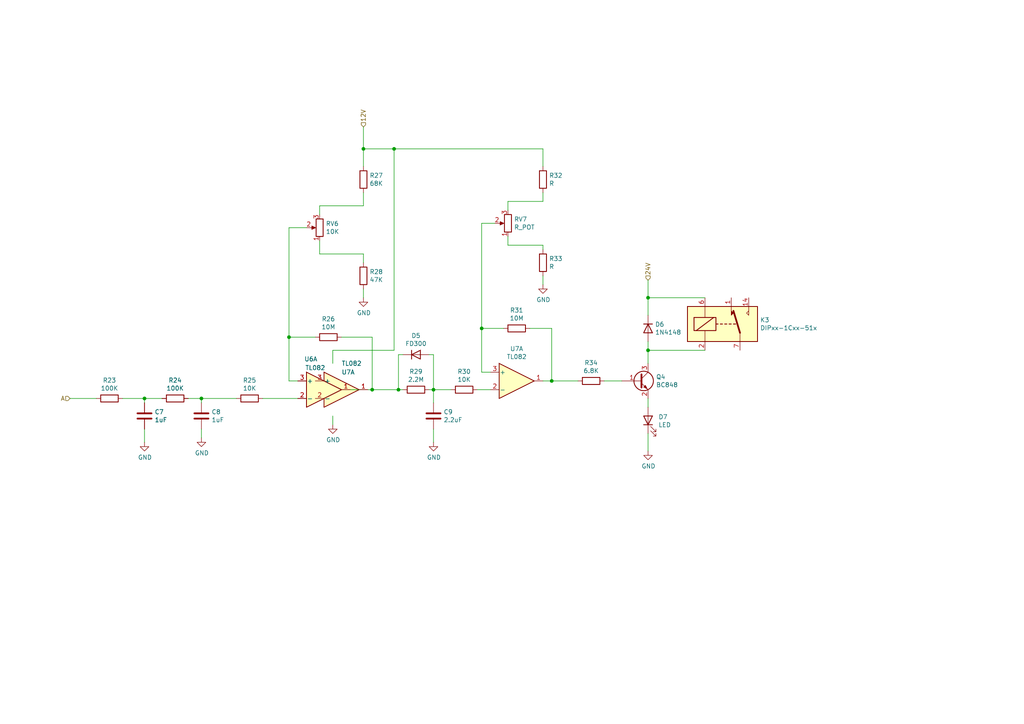
<source format=kicad_sch>
(kicad_sch (version 20210621) (generator eeschema)
  (paper "A4")
  (lib_symbols
    (symbol "Amplifier_Operational:TL082" (pin_names (offset 0.127))
      (property "Reference" "U" (at 0 5.08 0))
      (property "Value" "Amplifier_Operational_TL082" (at 0 -5.08 0))
      (symbol "TL082_1_1"
        (polyline (pts (xy -5.08 5.08) (xy 5.08 0) (xy -5.08 -5.08) (xy -5.08 5.08)) (stroke (width 0.254)) (fill (type background)))
        (pin output line (at 7.62 0 180) (length 2.54) (name "~") (number "1"))
        (pin input line (at -7.62 -2.54 0) (length 2.54) (name "-") (number "2"))
        (pin input line (at -7.62 2.54 0) (length 2.54) (name "+") (number "3"))
      )
      (symbol "TL082_2_1"
        (polyline (pts (xy -5.08 5.08) (xy 5.08 0) (xy -5.08 -5.08) (xy -5.08 5.08)) (stroke (width 0.254)) (fill (type background)))
        (pin input line (at -7.62 2.54 0) (length 2.54) (name "+") (number "5"))
        (pin input line (at -7.62 -2.54 0) (length 2.54) (name "-") (number "6"))
        (pin output line (at 7.62 0 180) (length 2.54) (name "~") (number "7"))
      )
      (symbol "TL082_3_1"
        (pin power_in line (at -2.54 -7.62 90) (length 3.81) (name "V-") (number "4"))
        (pin power_in line (at -2.54 7.62 270) (length 3.81) (name "V+") (number "8"))
      )
    )
    (symbol "Device:C" (pin_numbers hide) (pin_names (offset 0.254))
      (property "Reference" "C" (at 0.635 2.54 0))
      (property "Value" "Device_C" (at 0.635 -2.54 0))
      (symbol "C_0_1"
        (polyline (pts (xy -2.032 -0.762) (xy 2.032 -0.762)) (stroke (width 0.508)))
        (polyline (pts (xy -2.032 0.762) (xy 2.032 0.762)) (stroke (width 0.508)))
      )
      (symbol "C_1_1"
        (pin passive line (at 0 3.81 270) (length 2.794) (name "~") (number "1"))
        (pin passive line (at 0 -3.81 90) (length 2.794) (name "~") (number "2"))
      )
    )
    (symbol "Device:D" (pin_numbers hide) (pin_names (offset 1.016) hide)
      (property "Reference" "D" (at 0 2.54 0))
      (property "Value" "Device_D" (at 0 -2.54 0))
      (symbol "D_0_1"
        (polyline (pts (xy -1.27 1.27) (xy -1.27 -1.27)) (stroke (width 0.254)))
        (polyline (pts (xy 1.27 0) (xy -1.27 0)))
        (polyline (pts (xy 1.27 1.27) (xy 1.27 -1.27) (xy -1.27 0) (xy 1.27 1.27)) (stroke (width 0.254)))
      )
      (symbol "D_1_1"
        (pin passive line (at -3.81 0 0) (length 2.54) (name "K") (number "1"))
        (pin passive line (at 3.81 0 180) (length 2.54) (name "A") (number "2"))
      )
    )
    (symbol "Device:LED" (pin_numbers hide) (pin_names (offset 1.016) hide)
      (property "Reference" "D" (at 0 2.54 0))
      (property "Value" "Device_LED" (at 0 -2.54 0))
      (symbol "LED_0_1"
        (polyline (pts (xy -1.27 -1.27) (xy -1.27 1.27)) (stroke (width 0.254)))
        (polyline (pts (xy -1.27 0) (xy 1.27 0)))
        (polyline (pts (xy 1.27 -1.27) (xy 1.27 1.27) (xy -1.27 0) (xy 1.27 -1.27)) (stroke (width 0.254)))
        (polyline (pts (xy -3.048 -0.762) (xy -4.572 -2.286) (xy -3.81 -2.286) (xy -4.572 -2.286) (xy -4.572 -1.524)))
        (polyline (pts (xy -1.778 -0.762) (xy -3.302 -2.286) (xy -2.54 -2.286) (xy -3.302 -2.286) (xy -3.302 -1.524)))
      )
      (symbol "LED_1_1"
        (pin passive line (at -3.81 0 0) (length 2.54) (name "K") (number "1"))
        (pin passive line (at 3.81 0 180) (length 2.54) (name "A") (number "2"))
      )
    )
    (symbol "Device:R" (pin_numbers hide) (pin_names (offset 0))
      (property "Reference" "R" (at 2.032 0 90))
      (property "Value" "Device_R" (at 0 0 90))
      (symbol "R_0_1"
        (rectangle (start -1.016 -2.54) (end 1.016 2.54) (stroke (width 0.254)))
      )
      (symbol "R_1_1"
        (pin passive line (at 0 3.81 270) (length 1.27) (name "~") (number "1"))
        (pin passive line (at 0 -3.81 90) (length 1.27) (name "~") (number "2"))
      )
    )
    (symbol "Device:R_POT" (pin_names (offset 1.016) hide)
      (property "Reference" "RV" (at -4.445 0 90))
      (property "Value" "Device_R_POT" (at -2.54 0 90))
      (symbol "R_POT_0_1"
        (polyline (pts (xy 2.54 0) (xy 1.524 0)))
        (polyline (pts (xy 1.143 0) (xy 2.286 0.508) (xy 2.286 -0.508) (xy 1.143 0)) (fill (type outline)))
        (rectangle (start 1.016 2.54) (end -1.016 -2.54) (stroke (width 0.254)))
      )
      (symbol "R_POT_1_1"
        (pin passive line (at 0 3.81 270) (length 1.27) (name "1") (number "1"))
        (pin passive line (at 3.81 0 180) (length 1.27) (name "2") (number "2"))
        (pin passive line (at 0 -3.81 90) (length 1.27) (name "3") (number "3"))
      )
    )
    (symbol "Diode:1N4148" (pin_numbers hide) (pin_names (offset 1.016) hide)
      (property "Reference" "D" (at 0 2.54 0))
      (property "Value" "Diode_1N4148" (at 0 -2.54 0))
      (symbol "1N4148_0_1"
        (polyline (pts (xy -1.27 1.27) (xy -1.27 -1.27)) (stroke (width 0.254)))
        (polyline (pts (xy 1.27 0) (xy -1.27 0)))
        (polyline (pts (xy 1.27 1.27) (xy 1.27 -1.27) (xy -1.27 0) (xy 1.27 1.27)) (stroke (width 0.254)))
      )
      (symbol "1N4148_1_1"
        (pin passive line (at -3.81 0 0) (length 2.54) (name "K") (number "1"))
        (pin passive line (at 3.81 0 180) (length 2.54) (name "A") (number "2"))
      )
    )
    (symbol "Relay:DIPxx-1Cxx-51x"
      (property "Reference" "K" (at 11.43 3.81 0))
      (property "Value" "Relay_DIPxx-1Cxx-51x" (at 11.43 1.27 0))
      (symbol "DIPxx-1Cxx-51x_0_0"
        (polyline (pts (xy 2.54 5.08) (xy 2.54 2.54) (xy 3.175 3.175) (xy 2.54 3.81)) (fill (type outline)))
        (polyline (pts (xy 7.62 5.08) (xy 7.62 2.54) (xy 6.985 3.175) (xy 7.62 3.81)))
      )
      (symbol "DIPxx-1Cxx-51x_0_1"
        (rectangle (start -10.16 5.08) (end 10.16 -5.08) (stroke (width 0.254)) (fill (type background)))
        (rectangle (start -8.255 1.905) (end -1.905 -1.905) (stroke (width 0.254)))
        (polyline (pts (xy -7.62 -1.905) (xy -2.54 1.905)) (stroke (width 0.254)))
        (polyline (pts (xy -5.08 -5.08) (xy -5.08 -1.905)))
        (polyline (pts (xy -5.08 5.08) (xy -5.08 1.905)))
        (polyline (pts (xy -1.905 0) (xy -1.27 0)) (stroke (width 0.254)))
        (polyline (pts (xy -0.635 0) (xy 0 0)) (stroke (width 0.254)))
        (polyline (pts (xy 0.635 0) (xy 1.27 0)) (stroke (width 0.254)))
        (polyline (pts (xy 1.905 0) (xy 2.54 0)) (stroke (width 0.254)))
        (polyline (pts (xy 3.175 0) (xy 3.81 0)) (stroke (width 0.254)))
        (polyline (pts (xy 5.08 -2.54) (xy 3.175 3.81)) (stroke (width 0.508)))
        (polyline (pts (xy 5.08 -2.54) (xy 5.08 -5.08)))
      )
      (symbol "DIPxx-1Cxx-51x_1_1"
        (pin passive line (at 2.54 7.62 270) (length 2.54) (name "~") (number "1"))
        (pin passive line (at 7.62 7.62 270) (length 2.54) (name "~") (number "14"))
        (pin passive line (at -5.08 -7.62 90) (length 2.54) (name "~") (number "2"))
        (pin passive line (at -5.08 7.62 270) (length 2.54) (name "~") (number "6"))
        (pin passive line (at 5.08 -7.62 90) (length 2.54) (name "~") (number "7"))
        (pin passive line (at 5.08 -7.62 90) (length 2.54) hide (name "~") (number "8"))
      )
    )
    (symbol "Transistor_BJT:BC848" (pin_names (offset 0) hide)
      (property "Reference" "Q" (at 5.08 1.905 0))
      (property "Value" "Transistor_BJT_BC848" (at 5.08 0 0))
      (symbol "BC848_0_1"
        (polyline (pts (xy 0.635 0.635) (xy 2.54 2.54)))
        (polyline (pts (xy 0.635 -0.635) (xy 2.54 -2.54) (xy 2.54 -2.54)))
        (polyline (pts (xy 0.635 1.905) (xy 0.635 -1.905) (xy 0.635 -1.905)) (stroke (width 0.508)))
        (polyline (pts (xy 1.27 -1.778) (xy 1.778 -1.27) (xy 2.286 -2.286) (xy 1.27 -1.778) (xy 1.27 -1.778)) (fill (type outline)))
        (circle (center 1.27 0) (radius 2.8194) (stroke (width 0.254)))
      )
      (symbol "BC848_1_1"
        (pin input line (at -5.08 0 0) (length 5.715) (name "B") (number "1"))
        (pin passive line (at 2.54 -5.08 90) (length 2.54) (name "E") (number "2"))
        (pin passive line (at 2.54 5.08 270) (length 2.54) (name "C") (number "3"))
      )
    )
    (symbol "power:GND" (power) (pin_names (offset 0))
      (property "Value" "power_GND" (at 0 -3.81 0))
      (symbol "GND_0_1"
        (polyline (pts (xy 0 0) (xy 0 -1.27) (xy 1.27 -1.27) (xy 0 -2.54) (xy -1.27 -1.27) (xy 0 -1.27)))
      )
      (symbol "GND_1_1"
        (pin power_in line (at 0 0 270) (length 0) hide (name "GND") (number "1"))
      )
    )
  )
  (junction (at 187.96 86.36))
  (junction (at 58.42 115.57))
  (junction (at 114.3 43.18))
  (junction (at 107.95 113.03))
  (junction (at 160.02 110.49))
  (junction (at 125.73 113.03))
  (junction (at 187.96 101.6))
  (junction (at 41.91 115.57))
  (junction (at 115.57 113.03))
  (junction (at 105.41 43.18))
  (junction (at 83.82 97.79))
  (junction (at 139.7 95.25))
  (wire (pts (xy 125.73 102.87) (xy 125.73 113.03)))
  (wire (pts (xy 187.96 81.28) (xy 187.96 86.36)))
  (wire (pts (xy 83.82 110.49) (xy 83.82 97.79)))
  (wire (pts (xy 147.32 60.96) (xy 147.32 58.42)))
  (wire (pts (xy 167.64 110.49) (xy 160.02 110.49)))
  (wire (pts (xy 138.43 113.03) (xy 142.24 113.03)))
  (wire (pts (xy 204.47 86.36) (xy 187.96 86.36)))
  (wire (pts (xy 105.41 73.66) (xy 105.41 76.2)))
  (wire (pts (xy 58.42 115.57) (xy 68.58 115.57)))
  (wire (pts (xy 105.41 43.18) (xy 105.41 48.26)))
  (wire (pts (xy 187.96 105.41) (xy 187.96 101.6)))
  (wire (pts (xy 105.41 59.69) (xy 105.41 55.88)))
  (wire (pts (xy 99.06 97.79) (xy 107.95 97.79)))
  (wire (pts (xy 187.96 101.6) (xy 187.96 99.06)))
  (wire (pts (xy 124.46 113.03) (xy 125.73 113.03)))
  (wire (pts (xy 114.3 101.6) (xy 114.3 43.18)))
  (wire (pts (xy 115.57 113.03) (xy 116.84 113.03)))
  (wire (pts (xy 83.82 66.04) (xy 83.82 97.79)))
  (wire (pts (xy 54.61 115.57) (xy 58.42 115.57)))
  (wire (pts (xy 147.32 68.58) (xy 147.32 71.12)))
  (wire (pts (xy 147.32 71.12) (xy 157.48 71.12)))
  (wire (pts (xy 107.95 113.03) (xy 101.6 113.03)))
  (wire (pts (xy 92.71 59.69) (xy 105.41 59.69)))
  (wire (pts (xy 160.02 110.49) (xy 157.48 110.49)))
  (wire (pts (xy 41.91 115.57) (xy 46.99 115.57)))
  (wire (pts (xy 153.67 95.25) (xy 160.02 95.25)))
  (wire (pts (xy 20.32 115.57) (xy 27.94 115.57)))
  (wire (pts (xy 105.41 36.83) (xy 105.41 43.18)))
  (wire (pts (xy 187.96 86.36) (xy 187.96 91.44)))
  (wire (pts (xy 160.02 95.25) (xy 160.02 110.49)))
  (wire (pts (xy 139.7 95.25) (xy 139.7 107.95)))
  (wire (pts (xy 114.3 43.18) (xy 157.48 43.18)))
  (wire (pts (xy 187.96 118.11) (xy 187.96 115.57)))
  (wire (pts (xy 58.42 115.57) (xy 58.42 116.84)))
  (wire (pts (xy 83.82 97.79) (xy 91.44 97.79)))
  (wire (pts (xy 41.91 116.84) (xy 41.91 115.57)))
  (wire (pts (xy 92.71 62.23) (xy 92.71 59.69)))
  (wire (pts (xy 92.71 69.85) (xy 92.71 73.66)))
  (wire (pts (xy 96.52 105.41) (xy 96.52 101.6)))
  (wire (pts (xy 107.95 113.03) (xy 115.57 113.03)))
  (wire (pts (xy 175.26 110.49) (xy 180.34 110.49)))
  (wire (pts (xy 143.51 64.77) (xy 139.7 64.77)))
  (wire (pts (xy 96.52 101.6) (xy 114.3 101.6)))
  (wire (pts (xy 116.84 102.87) (xy 115.57 102.87)))
  (wire (pts (xy 35.56 115.57) (xy 41.91 115.57)))
  (wire (pts (xy 125.73 128.27) (xy 125.73 124.46)))
  (wire (pts (xy 115.57 102.87) (xy 115.57 113.03)))
  (wire (pts (xy 157.48 71.12) (xy 157.48 72.39)))
  (wire (pts (xy 76.2 115.57) (xy 86.36 115.57)))
  (wire (pts (xy 157.48 43.18) (xy 157.48 48.26)))
  (wire (pts (xy 146.05 95.25) (xy 139.7 95.25)))
  (wire (pts (xy 204.47 101.6) (xy 187.96 101.6)))
  (wire (pts (xy 107.95 97.79) (xy 107.95 113.03)))
  (wire (pts (xy 187.96 130.81) (xy 187.96 125.73)))
  (wire (pts (xy 125.73 113.03) (xy 125.73 116.84)))
  (wire (pts (xy 157.48 58.42) (xy 157.48 55.88)))
  (wire (pts (xy 105.41 86.36) (xy 105.41 83.82)))
  (wire (pts (xy 58.42 127) (xy 58.42 124.46)))
  (wire (pts (xy 105.41 43.18) (xy 114.3 43.18)))
  (wire (pts (xy 157.48 80.01) (xy 157.48 82.55)))
  (wire (pts (xy 139.7 107.95) (xy 142.24 107.95)))
  (wire (pts (xy 124.46 102.87) (xy 125.73 102.87)))
  (wire (pts (xy 88.9 66.04) (xy 83.82 66.04)))
  (wire (pts (xy 92.71 73.66) (xy 105.41 73.66)))
  (wire (pts (xy 41.91 128.27) (xy 41.91 124.46)))
  (wire (pts (xy 96.52 123.19) (xy 96.52 120.65)))
  (wire (pts (xy 86.36 110.49) (xy 83.82 110.49)))
  (wire (pts (xy 125.73 113.03) (xy 130.81 113.03)))
  (wire (pts (xy 147.32 58.42) (xy 157.48 58.42)))
  (wire (pts (xy 139.7 64.77) (xy 139.7 95.25)))
  (hierarchical_label "A" (shape input) (at 20.32 115.57 180))
  (hierarchical_label "24V" (shape input) (at 187.96 81.28 90))
  (hierarchical_label "12V" (shape input) (at 105.41 36.83 90))
  (symbol (lib_id "Device:R") (at 72.39 115.57 270)
    (property "Reference" "R25" (at 72.39 110.3122 90))
    (property "Value" "10K" (at 72.39 112.6236 90))
    (property "Footprint" "Resistor_SMD:R_0603_1608Metric_Pad0.98x0.95mm_HandSolder" (effects hide))
  )
  (symbol (lib_id "Amplifier_Operational:TL082") (at 149.86 110.49 0)
    (property "Reference" "U7" (at 149.86 101.1682 0))
    (property "Value" "TL082" (at 149.86 103.4796 0))
    (property "Footprint" "Package_SO:SOIC-8-1EP_3.9x4.9mm_P1.27mm_EP2.29x3mm" (effects hide))
    (property "Datasheet" "https://www.digikey.com/es/products/detail/texas-instruments/TL082CDE4/13472954" (effects hide))
  )
  (symbol (lib_id "Amplifier_Operational:TL082") (at 93.98 113.03 0)
    (property "Reference" "U6" (at 90.17 104.14 0))
    (property "Value" "TL082" (at 91.44 106.68 0))
    (property "Footprint" "Package_SO:SOIC-8-1EP_3.9x4.9mm_P1.27mm_EP2.29x3mm" (effects hide))
    (property "Datasheet" "https://www.digikey.com/es/products/detail/texas-instruments/TL082CDE4/13472954" (effects hide))
  )
  (symbol (lib_id "Device:R") (at 95.25 97.79 270)
    (property "Reference" "R26" (at 95.25 92.5322 90))
    (property "Value" "10M" (at 95.25 94.8436 90))
    (property "Footprint" "Resistor_SMD:R_0603_1608Metric_Pad0.98x0.95mm_HandSolder" (effects hide))
  )
  (symbol (lib_id "Device:R_POT") (at 92.71 66.04 180)
    (property "Reference" "RV6" (at 94.488 64.8716 0) (effects (justify right)))
    (property "Value" "10K" (at 94.488 67.183 0) (effects (justify right)))
    (property "Footprint" "Potentiometer_SMD:Potentiometer_Vishay_TS53YL_Vertical" (effects hide))
    (property "Datasheet" "https://www.vishay.com/docs/51008/ts53.pdf" (effects hide))
  )
  (symbol (lib_id "Device:R") (at 105.41 80.01 0)
    (property "Reference" "R28" (at 107.188 78.8416 0) (effects (justify left)))
    (property "Value" "47K" (at 107.188 81.153 0) (effects (justify left)))
    (property "Footprint" "Resistor_SMD:R_0603_1608Metric_Pad0.98x0.95mm_HandSolder" (effects hide))
  )
  (symbol (lib_id "Device:R") (at 157.48 52.07 0)
    (property "Reference" "R32" (at 159.258 50.9016 0) (effects (justify left)))
    (property "Value" "R" (at 159.258 53.213 0) (effects (justify left)))
    (property "Footprint" "Resistor_SMD:R_0603_1608Metric_Pad0.98x0.95mm_HandSolder" (effects hide))
  )
  (symbol (lib_id "power:GND") (at 157.48 82.55 0)
    (property "Reference" "#PWR0127" (effects hide))
    (property "Value" "GND" (at 157.607 86.9442 0))
  )
  (symbol (lib_id "Transistor_BJT:BC848") (at 185.42 110.49 0)
    (property "Reference" "Q4" (at 190.2714 109.3216 0) (effects (justify left)))
    (property "Value" "BC848" (at 190.2714 111.633 0) (effects (justify left)))
    (property "Footprint" "Package_TO_SOT_SMD:SOT-23" (effects hide))
    (property "Datasheet" "http://www.infineon.com/dgdl/Infineon-BC847SERIES_BC848SERIES_BC849SERIES_BC850SERIES-DS-v01_01-en.pdf?fileId=db3a304314dca389011541d4630a1657" (effects hide))
  )
  (symbol (lib_id "Device:LED") (at 187.96 121.92 90)
    (property "Reference" "D7" (at 190.9572 120.9294 90) (effects (justify right)))
    (property "Value" "LED" (at 190.9572 123.2408 90) (effects (justify right)))
    (property "Footprint" "LED_SMD:LED_1206_3216Metric" (effects hide))
    (property "Datasheet" "https://www.aopled.com/AOP_PDFs/L152L-LIC.pdf" (effects hide))
  )
  (symbol (lib_id "power:GND") (at 187.96 130.81 0)
    (property "Reference" "#PWR0130" (effects hide))
    (property "Value" "GND" (at 188.087 135.2042 0))
  )
  (symbol (lib_id "Diode:1N4148") (at 187.96 95.25 270)
    (property "Reference" "D6" (at 189.992 94.0816 90) (effects (justify left)))
    (property "Value" "1N4148" (at 189.992 96.393 90) (effects (justify left)))
    (property "Footprint" "Diode_SMD:D_SOD-323" (effects hide))
    (property "Datasheet" "https://www.diodes.com/assets/Datasheets/1N4148WSF.pdf" (effects hide))
  )
  (symbol (lib_id "Device:R") (at 31.75 115.57 270)
    (property "Reference" "R23" (at 31.75 110.3122 90))
    (property "Value" "100K" (at 31.75 112.6236 90))
    (property "Footprint" "Resistor_SMD:R_0603_1608Metric_Pad0.98x0.95mm_HandSolder" (effects hide))
  )
  (symbol (lib_id "Device:C") (at 41.91 120.65 0)
    (property "Reference" "C7" (at 44.831 119.4816 0) (effects (justify left)))
    (property "Value" "1uF" (at 44.831 121.793 0) (effects (justify left)))
    (property "Footprint" "Capacitor_SMD:C_0603_1608Metric_Pad1.08x0.95mm_HandSolder" (effects hide))
  )
  (symbol (lib_id "Device:R") (at 50.8 115.57 270)
    (property "Reference" "R24" (at 50.8 110.3122 90))
    (property "Value" "100K" (at 50.8 112.6236 90))
    (property "Footprint" "Resistor_SMD:R_0603_1608Metric_Pad0.98x0.95mm_HandSolder" (effects hide))
  )
  (symbol (lib_id "Device:C") (at 58.42 120.65 0)
    (property "Reference" "C8" (at 61.341 119.4816 0) (effects (justify left)))
    (property "Value" "1uF" (at 61.341 121.793 0) (effects (justify left)))
    (property "Footprint" "Capacitor_SMD:C_0603_1608Metric_Pad1.08x0.95mm_HandSolder" (effects hide))
  )
  (symbol (lib_id "power:GND") (at 58.42 127 0)
    (property "Reference" "#PWR0124" (effects hide))
    (property "Value" "GND" (at 58.547 131.3942 0))
  )
  (symbol (lib_id "power:GND") (at 41.91 128.27 0)
    (property "Reference" "#PWR0125" (effects hide))
    (property "Value" "GND" (at 42.037 132.6642 0))
  )
  (symbol (lib_id "Device:R") (at 105.41 52.07 0)
    (property "Reference" "R27" (at 107.188 50.9016 0) (effects (justify left)))
    (property "Value" "68K" (at 107.188 53.213 0) (effects (justify left)))
    (property "Footprint" "Resistor_SMD:R_0603_1608Metric_Pad0.98x0.95mm_HandSolder" (effects hide))
  )
  (symbol (lib_id "power:GND") (at 105.41 86.36 0)
    (property "Reference" "#PWR0126" (effects hide))
    (property "Value" "GND" (at 105.537 90.7542 0))
  )
  (symbol (lib_id "Relay:DIPxx-1Cxx-51x") (at 209.55 93.98 0)
    (property "Reference" "K3" (at 220.472 92.8116 0) (effects (justify left)))
    (property "Value" "DIPxx-1Cxx-51x" (at 220.472 95.123 0) (effects (justify left)))
    (property "Footprint" "Relay_THT:Relay_StandexMeder_DIP_LowProfile" (effects hide))
    (property "Datasheet" "https://standexelectronics.com/wp-content/uploads/datasheet_reed_relay_DIP.pdf" (effects hide))
  )
  (symbol (lib_id "Device:R") (at 120.65 113.03 270)
    (property "Reference" "R29" (at 120.65 107.7722 90))
    (property "Value" "2.2M" (at 120.65 110.0836 90))
    (property "Footprint" "Resistor_SMD:R_0603_1608Metric_Pad0.98x0.95mm_HandSolder" (effects hide))
  )
  (symbol (lib_id "Device:D") (at 120.65 102.87 0)
    (property "Reference" "D5" (at 120.65 97.3582 0))
    (property "Value" "FD300" (at 120.65 99.6696 0))
    (property "Footprint" "Diode_SMD:D_0603_1608Metric_Pad1.05x0.95mm_HandSolder" (effects hide))
  )
  (symbol (lib_id "Device:C") (at 125.73 120.65 0)
    (property "Reference" "C9" (at 128.651 119.4816 0) (effects (justify left)))
    (property "Value" "2.2uF" (at 128.651 121.793 0) (effects (justify left)))
    (property "Footprint" "Capacitor_SMD:C_0603_1608Metric_Pad1.08x0.95mm_HandSolder" (effects hide))
  )
  (symbol (lib_id "Device:R") (at 134.62 113.03 270)
    (property "Reference" "R30" (at 134.62 107.7722 90))
    (property "Value" "10K" (at 134.62 110.0836 90))
    (property "Footprint" "Resistor_SMD:R_0603_1608Metric_Pad0.98x0.95mm_HandSolder" (effects hide))
  )
  (symbol (lib_id "Device:R") (at 149.86 95.25 270)
    (property "Reference" "R31" (at 149.86 89.9922 90))
    (property "Value" "10M" (at 149.86 92.3036 90))
    (property "Footprint" "Resistor_SMD:R_0603_1608Metric_Pad0.98x0.95mm_HandSolder" (effects hide))
  )
  (symbol (lib_id "Device:R_POT") (at 147.32 64.77 180)
    (property "Reference" "RV7" (at 149.098 63.6016 0) (effects (justify right)))
    (property "Value" "R_POT" (at 149.098 65.913 0) (effects (justify right)))
    (property "Footprint" "Potentiometer_SMD:Potentiometer_Vishay_TS53YL_Vertical" (effects hide))
    (property "Datasheet" "https://www.vishay.com/docs/51008/ts53.pdf" (effects hide))
  )
  (symbol (lib_id "Device:R") (at 157.48 76.2 0)
    (property "Reference" "R33" (at 159.258 75.0316 0) (effects (justify left)))
    (property "Value" "R" (at 159.258 77.343 0) (effects (justify left)))
    (property "Footprint" "Resistor_SMD:R_0603_1608Metric_Pad0.98x0.95mm_HandSolder" (effects hide))
  )
  (symbol (lib_id "power:GND") (at 125.73 128.27 0)
    (property "Reference" "#PWR0128" (effects hide))
    (property "Value" "GND" (at 125.857 132.6642 0))
  )
  (symbol (lib_id "Amplifier_Operational:TL082") (at 99.06 113.03 0)
    (property "Reference" "U7" (at 99.06 107.95 0) (effects (justify left)))
    (property "Value" "TL082" (at 99.06 105.41 0) (effects (justify left)))
    (property "Footprint" "Package_SO:SOIC-8-1EP_3.9x4.9mm_P1.27mm_EP2.29x3mm" (effects hide))
    (property "Datasheet" "https://www.digikey.com/es/products/detail/texas-instruments/TL082CDE4/13472954" (effects hide))
  )
  (symbol (lib_id "power:GND") (at 96.52 123.19 0)
    (property "Reference" "#PWR0129" (effects hide))
    (property "Value" "GND" (at 96.647 127.5842 0))
  )
  (symbol (lib_id "Device:R") (at 171.45 110.49 90)
    (property "Reference" "R34" (at 171.45 105.2322 90))
    (property "Value" "6.8K" (at 171.45 107.5436 90))
    (property "Footprint" "Resistor_SMD:R_0603_1608Metric_Pad0.98x0.95mm_HandSolder" (effects hide))
  )
)
</source>
